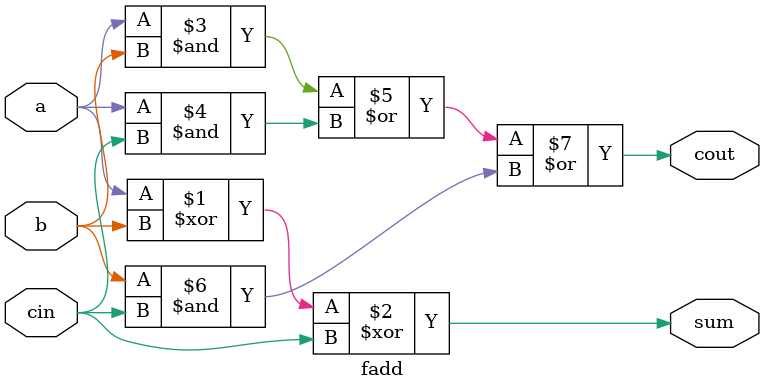
<source format=v>
module top_module( 
    input [99:0] a, b,
    input cin,
    output [99:0] cout,
    output [99:0] sum );
    
    genvar i;
    
    wire [99:0] int_cin;
    
    assign int_cin = {cout[98:0],cin};
    
    generate for (i=0; i<100; i=i+1) begin: adder_isnt
        fadd fadd_inst(
            .a(a[i]),
            .b(b[i]),
            .cin(int_cin[i]),
            .cout(cout[i]),
            .sum(sum[i])
        );
        end
    endgenerate

endmodule

module fadd( 
    input a, b, cin,
    output cout, sum );
    
    assign sum = a ^ b ^ cin;
    assign cout = a&b | a&cin | b&cin;

endmodule

</source>
